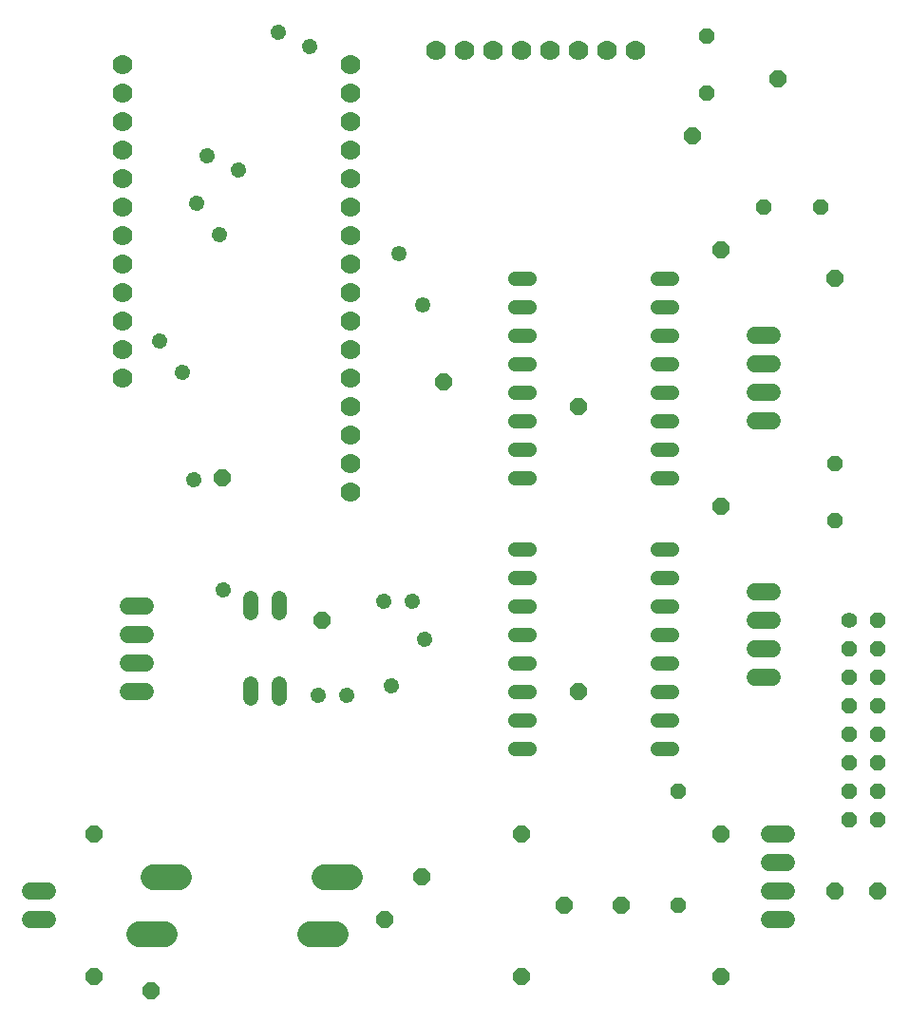
<source format=gbr>
G04 EAGLE Gerber RS-274X export*
G75*
%MOIN*%
%FSLAX34Y34*%
%LPD*%
%INBottom Copper*%
%IPPOS*%
%AMOC8*
5,1,8,0,0,1.08239X$1,22.5*%
G01*
%ADD10C,0.060000*%
%ADD11C,0.051496*%
%ADD12C,0.070000*%
%ADD13P,0.056284X8X82.500000*%
%ADD14P,0.056284X8X97.500000*%
%ADD15P,0.056284X8X22.500000*%
%ADD16P,0.056284X8X292.500000*%
%ADD17P,0.056284X8X137.500000*%
%ADD18P,0.056284X8X112.500000*%
%ADD19P,0.064943X8X22.500000*%
%ADD20P,0.056284X8X257.500000*%
%ADD21P,0.056284X8X77.500000*%
%ADD22C,0.052000*%
%ADD23P,0.056284X8X307.500000*%
%ADD24C,0.088500*%
%ADD25C,0.056000*%
%ADD26P,0.060614X8X292.500000*%


D10*
X4200Y15000D02*
X4800Y15000D01*
X4800Y14000D02*
X4200Y14000D01*
X4200Y13000D02*
X4800Y13000D01*
X4800Y12000D02*
X4200Y12000D01*
D11*
X17743Y26500D02*
X18257Y26500D01*
X18257Y25500D02*
X17743Y25500D01*
X17743Y24500D02*
X18257Y24500D01*
X18257Y23500D02*
X17743Y23500D01*
X17743Y22500D02*
X18257Y22500D01*
X18257Y21500D02*
X17743Y21500D01*
X17743Y20500D02*
X18257Y20500D01*
X18257Y19500D02*
X17743Y19500D01*
X22743Y19500D02*
X23257Y19500D01*
X23257Y20500D02*
X22743Y20500D01*
X22743Y21500D02*
X23257Y21500D01*
X23257Y22500D02*
X22743Y22500D01*
X22743Y23500D02*
X23257Y23500D01*
X23257Y24500D02*
X22743Y24500D01*
X22743Y25500D02*
X23257Y25500D01*
X23257Y26500D02*
X22743Y26500D01*
X18257Y17000D02*
X17743Y17000D01*
X17743Y16000D02*
X18257Y16000D01*
X18257Y15000D02*
X17743Y15000D01*
X17743Y14000D02*
X18257Y14000D01*
X18257Y13000D02*
X17743Y13000D01*
X17743Y12000D02*
X18257Y12000D01*
X18257Y11000D02*
X17743Y11000D01*
X17743Y10000D02*
X18257Y10000D01*
X22743Y10000D02*
X23257Y10000D01*
X23257Y11000D02*
X22743Y11000D01*
X22743Y12000D02*
X23257Y12000D01*
X23257Y13000D02*
X22743Y13000D01*
X22743Y14000D02*
X23257Y14000D01*
X23257Y15000D02*
X22743Y15000D01*
X22743Y16000D02*
X23257Y16000D01*
X23257Y17000D02*
X22743Y17000D01*
D12*
X12000Y19000D03*
X12000Y20000D03*
X12000Y21000D03*
X12000Y22000D03*
X12000Y23000D03*
X12000Y24000D03*
X12000Y25000D03*
X12000Y26000D03*
X12000Y27000D03*
X12000Y28000D03*
X12000Y29000D03*
X12000Y30000D03*
X12000Y31000D03*
X12000Y32000D03*
X12000Y33000D03*
X12000Y34000D03*
X4000Y34000D03*
X4000Y33000D03*
X4000Y32000D03*
X4000Y31000D03*
X4000Y30000D03*
X4000Y29000D03*
X4000Y28000D03*
X4000Y27000D03*
X4000Y26000D03*
X4000Y25000D03*
X4000Y24000D03*
X4000Y23000D03*
D13*
X8050Y30285D03*
X10550Y34615D03*
X6950Y30785D03*
X9450Y35115D03*
D14*
X5303Y24285D03*
X6597Y29115D03*
X6103Y23185D03*
X7397Y28015D03*
D15*
X26500Y29000D03*
X28500Y29000D03*
D16*
X29000Y20000D03*
X29000Y18000D03*
D17*
X14523Y25544D03*
X13677Y27356D03*
D18*
X24500Y33000D03*
X24500Y35000D03*
D10*
X26200Y12500D02*
X26800Y12500D01*
X26800Y13500D02*
X26200Y13500D01*
X26200Y14500D02*
X26800Y14500D01*
X26800Y15500D02*
X26200Y15500D01*
D19*
X3000Y7000D03*
X3000Y2000D03*
X18000Y7000D03*
X18000Y2000D03*
X25000Y7000D03*
X25000Y2000D03*
D20*
X13147Y15138D03*
X10853Y11862D03*
D21*
X11853Y11862D03*
X14147Y15138D03*
X13426Y12181D03*
X14574Y13819D03*
D22*
X8500Y12260D02*
X8500Y11740D01*
X9500Y11740D02*
X9500Y12260D01*
X9500Y14740D02*
X9500Y15260D01*
X8500Y15260D02*
X8500Y14740D01*
D23*
X6482Y19432D03*
X7518Y15568D03*
D10*
X26700Y7000D02*
X27300Y7000D01*
X27300Y6000D02*
X26700Y6000D01*
X26700Y5000D02*
X27300Y5000D01*
X27300Y4000D02*
X26700Y4000D01*
X26800Y21500D02*
X26200Y21500D01*
X26200Y22500D02*
X26800Y22500D01*
X26800Y23500D02*
X26200Y23500D01*
X26200Y24500D02*
X26800Y24500D01*
D19*
X15250Y22850D03*
X11000Y14500D03*
X13200Y4000D03*
X7500Y19500D03*
X20000Y22000D03*
X20000Y12000D03*
X24000Y31500D03*
X27000Y33500D03*
D18*
X23500Y4500D03*
X23500Y8500D03*
D19*
X14500Y5500D03*
X30500Y5000D03*
X5000Y1500D03*
X29000Y5000D03*
X21500Y4500D03*
X19500Y4500D03*
X25000Y18500D03*
X25000Y27500D03*
X29000Y26500D03*
D24*
X11943Y5500D02*
X11058Y5500D01*
X5943Y5500D02*
X5058Y5500D01*
X5443Y3500D02*
X4558Y3500D01*
X10558Y3500D02*
X11443Y3500D01*
D25*
X29500Y14500D03*
D26*
X30500Y14500D03*
X29500Y13500D03*
X30500Y13500D03*
X29500Y12500D03*
X30500Y12500D03*
X29500Y11500D03*
X30500Y11500D03*
X29500Y10500D03*
X30500Y10500D03*
X29500Y9500D03*
X30500Y9500D03*
X29500Y8500D03*
X30500Y8500D03*
X29500Y7500D03*
X30500Y7500D03*
D12*
X19000Y34500D03*
X18000Y34500D03*
X20000Y34500D03*
X21000Y34500D03*
X22000Y34500D03*
X17000Y34500D03*
X16000Y34500D03*
X15000Y34500D03*
D10*
X1350Y5000D02*
X750Y5000D01*
X750Y4000D02*
X1350Y4000D01*
M02*

</source>
